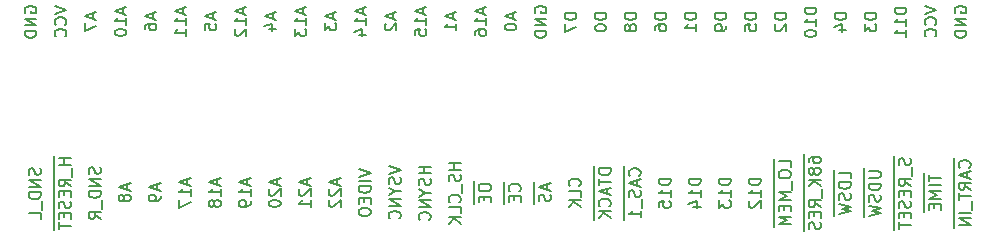
<source format=gbr>
G04 #@! TF.GenerationSoftware,KiCad,Pcbnew,(5.0.0)*
G04 #@! TF.CreationDate,2018-09-11T16:23:21+02:00*
G04 #@! TF.ProjectId,romprg_megadrive_cart,726F6D7072675F6D6567616472697665,1*
G04 #@! TF.SameCoordinates,Original*
G04 #@! TF.FileFunction,Legend,Bot*
G04 #@! TF.FilePolarity,Positive*
%FSLAX46Y46*%
G04 Gerber Fmt 4.6, Leading zero omitted, Abs format (unit mm)*
G04 Created by KiCad (PCBNEW (5.0.0)) date 09/11/18 16:23:21*
%MOMM*%
%LPD*%
G01*
G04 APERTURE LIST*
%ADD10C,0.150000*%
G04 APERTURE END LIST*
G04 #@! TO.C,CON1*
D10*
X95169380Y-124699065D02*
X95121760Y-124603827D01*
X95121760Y-124460970D01*
X95169380Y-124318112D01*
X95264618Y-124222874D01*
X95359856Y-124175255D01*
X95550332Y-124127636D01*
X95693189Y-124127636D01*
X95883665Y-124175255D01*
X95978903Y-124222874D01*
X96074141Y-124318112D01*
X96121760Y-124460970D01*
X96121760Y-124556208D01*
X96074141Y-124699065D01*
X96026522Y-124746684D01*
X95693189Y-124746684D01*
X95693189Y-124556208D01*
X96121760Y-125175255D02*
X95121760Y-125175255D01*
X96121760Y-125746684D01*
X95121760Y-125746684D01*
X96121760Y-126222874D02*
X95121760Y-126222874D01*
X95121760Y-126460970D01*
X95169380Y-126603827D01*
X95264618Y-126699065D01*
X95359856Y-126746684D01*
X95550332Y-126794303D01*
X95693189Y-126794303D01*
X95883665Y-126746684D01*
X95978903Y-126699065D01*
X96074141Y-126603827D01*
X96121760Y-126460970D01*
X96121760Y-126222874D01*
X101201760Y-124722874D02*
X100201760Y-124722874D01*
X100201760Y-124960970D01*
X100249380Y-125103827D01*
X100344618Y-125199065D01*
X100439856Y-125246684D01*
X100630332Y-125294303D01*
X100773189Y-125294303D01*
X100963665Y-125246684D01*
X101058903Y-125199065D01*
X101154141Y-125103827D01*
X101201760Y-124960970D01*
X101201760Y-124722874D01*
X100201760Y-125913350D02*
X100201760Y-126008589D01*
X100249380Y-126103827D01*
X100296999Y-126151446D01*
X100392237Y-126199065D01*
X100582713Y-126246684D01*
X100820808Y-126246684D01*
X101011284Y-126199065D01*
X101106522Y-126151446D01*
X101154141Y-126103827D01*
X101201760Y-126008589D01*
X101201760Y-125913350D01*
X101154141Y-125818112D01*
X101106522Y-125770493D01*
X101011284Y-125722874D01*
X100820808Y-125675255D01*
X100582713Y-125675255D01*
X100392237Y-125722874D01*
X100296999Y-125770493D01*
X100249380Y-125818112D01*
X100201760Y-125913350D01*
X98661760Y-124722874D02*
X97661760Y-124722874D01*
X97661760Y-124960970D01*
X97709380Y-125103827D01*
X97804618Y-125199065D01*
X97899856Y-125246684D01*
X98090332Y-125294303D01*
X98233189Y-125294303D01*
X98423665Y-125246684D01*
X98518903Y-125199065D01*
X98614141Y-125103827D01*
X98661760Y-124960970D01*
X98661760Y-124722874D01*
X97661760Y-125627636D02*
X97661760Y-126294303D01*
X98661760Y-125865731D01*
X103741760Y-124722874D02*
X102741760Y-124722874D01*
X102741760Y-124960970D01*
X102789380Y-125103827D01*
X102884618Y-125199065D01*
X102979856Y-125246684D01*
X103170332Y-125294303D01*
X103313189Y-125294303D01*
X103503665Y-125246684D01*
X103598903Y-125199065D01*
X103694141Y-125103827D01*
X103741760Y-124960970D01*
X103741760Y-124722874D01*
X103170332Y-125865731D02*
X103122713Y-125770493D01*
X103075094Y-125722874D01*
X102979856Y-125675255D01*
X102932237Y-125675255D01*
X102836999Y-125722874D01*
X102789380Y-125770493D01*
X102741760Y-125865731D01*
X102741760Y-126056208D01*
X102789380Y-126151446D01*
X102836999Y-126199065D01*
X102932237Y-126246684D01*
X102979856Y-126246684D01*
X103075094Y-126199065D01*
X103122713Y-126151446D01*
X103170332Y-126056208D01*
X103170332Y-125865731D01*
X103217951Y-125770493D01*
X103265570Y-125722874D01*
X103360808Y-125675255D01*
X103551284Y-125675255D01*
X103646522Y-125722874D01*
X103694141Y-125770493D01*
X103741760Y-125865731D01*
X103741760Y-126056208D01*
X103694141Y-126151446D01*
X103646522Y-126199065D01*
X103551284Y-126246684D01*
X103360808Y-126246684D01*
X103265570Y-126199065D01*
X103217951Y-126151446D01*
X103170332Y-126056208D01*
X51989380Y-124699065D02*
X51941760Y-124603827D01*
X51941760Y-124460970D01*
X51989380Y-124318112D01*
X52084618Y-124222874D01*
X52179856Y-124175255D01*
X52370332Y-124127636D01*
X52513189Y-124127636D01*
X52703665Y-124175255D01*
X52798903Y-124222874D01*
X52894141Y-124318112D01*
X52941760Y-124460970D01*
X52941760Y-124556208D01*
X52894141Y-124699065D01*
X52846522Y-124746684D01*
X52513189Y-124746684D01*
X52513189Y-124556208D01*
X52941760Y-125175255D02*
X51941760Y-125175255D01*
X52941760Y-125746684D01*
X51941760Y-125746684D01*
X52941760Y-126222874D02*
X51941760Y-126222874D01*
X51941760Y-126460970D01*
X51989380Y-126603827D01*
X52084618Y-126699065D01*
X52179856Y-126746684D01*
X52370332Y-126794303D01*
X52513189Y-126794303D01*
X52703665Y-126746684D01*
X52798903Y-126699065D01*
X52894141Y-126603827D01*
X52941760Y-126460970D01*
X52941760Y-126222874D01*
X54481760Y-124127636D02*
X55481760Y-124460970D01*
X54481760Y-124794303D01*
X55386522Y-125699065D02*
X55434141Y-125651446D01*
X55481760Y-125508589D01*
X55481760Y-125413350D01*
X55434141Y-125270493D01*
X55338903Y-125175255D01*
X55243665Y-125127636D01*
X55053189Y-125080017D01*
X54910332Y-125080017D01*
X54719856Y-125127636D01*
X54624618Y-125175255D01*
X54529380Y-125270493D01*
X54481760Y-125413350D01*
X54481760Y-125508589D01*
X54529380Y-125651446D01*
X54576999Y-125699065D01*
X55386522Y-126699065D02*
X55434141Y-126651446D01*
X55481760Y-126508589D01*
X55481760Y-126413350D01*
X55434141Y-126270493D01*
X55338903Y-126175255D01*
X55243665Y-126127636D01*
X55053189Y-126080017D01*
X54910332Y-126080017D01*
X54719856Y-126127636D01*
X54624618Y-126175255D01*
X54529380Y-126270493D01*
X54481760Y-126413350D01*
X54481760Y-126508589D01*
X54529380Y-126651446D01*
X54576999Y-126699065D01*
X93296046Y-124746684D02*
X93296046Y-125222874D01*
X93581760Y-124651446D02*
X92581760Y-124984779D01*
X93581760Y-125318112D01*
X92581760Y-125841922D02*
X92581760Y-125937160D01*
X92629380Y-126032398D01*
X92676999Y-126080017D01*
X92772237Y-126127636D01*
X92962713Y-126175255D01*
X93200808Y-126175255D01*
X93391284Y-126127636D01*
X93486522Y-126080017D01*
X93534141Y-126032398D01*
X93581760Y-125937160D01*
X93581760Y-125841922D01*
X93534141Y-125746684D01*
X93486522Y-125699065D01*
X93391284Y-125651446D01*
X93200808Y-125603827D01*
X92962713Y-125603827D01*
X92772237Y-125651446D01*
X92676999Y-125699065D01*
X92629380Y-125746684D01*
X92581760Y-125841922D01*
X62816046Y-124746684D02*
X62816046Y-125222874D01*
X63101760Y-124651446D02*
X62101760Y-124984779D01*
X63101760Y-125318112D01*
X62101760Y-126080017D02*
X62101760Y-125889541D01*
X62149380Y-125794303D01*
X62196999Y-125746684D01*
X62339856Y-125651446D01*
X62530332Y-125603827D01*
X62911284Y-125603827D01*
X63006522Y-125651446D01*
X63054141Y-125699065D01*
X63101760Y-125794303D01*
X63101760Y-125984779D01*
X63054141Y-126080017D01*
X63006522Y-126127636D01*
X62911284Y-126175255D01*
X62673189Y-126175255D01*
X62577951Y-126127636D01*
X62530332Y-126080017D01*
X62482713Y-125984779D01*
X62482713Y-125794303D01*
X62530332Y-125699065D01*
X62577951Y-125651446D01*
X62673189Y-125603827D01*
X57736046Y-124746684D02*
X57736046Y-125222874D01*
X58021760Y-124651446D02*
X57021760Y-124984779D01*
X58021760Y-125318112D01*
X57021760Y-125556208D02*
X57021760Y-126222874D01*
X58021760Y-125794303D01*
X60276046Y-124270493D02*
X60276046Y-124746684D01*
X60561760Y-124175255D02*
X59561760Y-124508589D01*
X60561760Y-124841922D01*
X60561760Y-125699065D02*
X60561760Y-125127636D01*
X60561760Y-125413350D02*
X59561760Y-125413350D01*
X59704618Y-125318112D01*
X59799856Y-125222874D01*
X59847475Y-125127636D01*
X59561760Y-126318112D02*
X59561760Y-126413350D01*
X59609380Y-126508589D01*
X59656999Y-126556208D01*
X59752237Y-126603827D01*
X59942713Y-126651446D01*
X60180808Y-126651446D01*
X60371284Y-126603827D01*
X60466522Y-126556208D01*
X60514141Y-126508589D01*
X60561760Y-126413350D01*
X60561760Y-126318112D01*
X60514141Y-126222874D01*
X60466522Y-126175255D01*
X60371284Y-126127636D01*
X60180808Y-126080017D01*
X59942713Y-126080017D01*
X59752237Y-126127636D01*
X59656999Y-126175255D01*
X59609380Y-126222874D01*
X59561760Y-126318112D01*
X106281760Y-124722874D02*
X105281760Y-124722874D01*
X105281760Y-124960970D01*
X105329380Y-125103827D01*
X105424618Y-125199065D01*
X105519856Y-125246684D01*
X105710332Y-125294303D01*
X105853189Y-125294303D01*
X106043665Y-125246684D01*
X106138903Y-125199065D01*
X106234141Y-125103827D01*
X106281760Y-124960970D01*
X106281760Y-124722874D01*
X105281760Y-126151446D02*
X105281760Y-125960970D01*
X105329380Y-125865731D01*
X105376999Y-125818112D01*
X105519856Y-125722874D01*
X105710332Y-125675255D01*
X106091284Y-125675255D01*
X106186522Y-125722874D01*
X106234141Y-125770493D01*
X106281760Y-125865731D01*
X106281760Y-126056208D01*
X106234141Y-126151446D01*
X106186522Y-126199065D01*
X106091284Y-126246684D01*
X105853189Y-126246684D01*
X105757951Y-126199065D01*
X105710332Y-126151446D01*
X105662713Y-126056208D01*
X105662713Y-125865731D01*
X105710332Y-125770493D01*
X105757951Y-125722874D01*
X105853189Y-125675255D01*
X67896046Y-124746684D02*
X67896046Y-125222874D01*
X68181760Y-124651446D02*
X67181760Y-124984779D01*
X68181760Y-125318112D01*
X67181760Y-126127636D02*
X67181760Y-125651446D01*
X67657951Y-125603827D01*
X67610332Y-125651446D01*
X67562713Y-125746684D01*
X67562713Y-125984779D01*
X67610332Y-126080017D01*
X67657951Y-126127636D01*
X67753189Y-126175255D01*
X67991284Y-126175255D01*
X68086522Y-126127636D01*
X68134141Y-126080017D01*
X68181760Y-125984779D01*
X68181760Y-125746684D01*
X68134141Y-125651446D01*
X68086522Y-125603827D01*
X75516046Y-124270493D02*
X75516046Y-124746684D01*
X75801760Y-124175255D02*
X74801760Y-124508589D01*
X75801760Y-124841922D01*
X75801760Y-125699065D02*
X75801760Y-125127636D01*
X75801760Y-125413350D02*
X74801760Y-125413350D01*
X74944618Y-125318112D01*
X75039856Y-125222874D01*
X75087475Y-125127636D01*
X74801760Y-126032398D02*
X74801760Y-126651446D01*
X75182713Y-126318112D01*
X75182713Y-126460970D01*
X75230332Y-126556208D01*
X75277951Y-126603827D01*
X75373189Y-126651446D01*
X75611284Y-126651446D01*
X75706522Y-126603827D01*
X75754141Y-126556208D01*
X75801760Y-126460970D01*
X75801760Y-126175255D01*
X75754141Y-126080017D01*
X75706522Y-126032398D01*
X70436046Y-124270493D02*
X70436046Y-124746684D01*
X70721760Y-124175255D02*
X69721760Y-124508589D01*
X70721760Y-124841922D01*
X70721760Y-125699065D02*
X70721760Y-125127636D01*
X70721760Y-125413350D02*
X69721760Y-125413350D01*
X69864618Y-125318112D01*
X69959856Y-125222874D01*
X70007475Y-125127636D01*
X69816999Y-126080017D02*
X69769380Y-126127636D01*
X69721760Y-126222874D01*
X69721760Y-126460970D01*
X69769380Y-126556208D01*
X69816999Y-126603827D01*
X69912237Y-126651446D01*
X70007475Y-126651446D01*
X70150332Y-126603827D01*
X70721760Y-126032398D01*
X70721760Y-126651446D01*
X72976046Y-124746684D02*
X72976046Y-125222874D01*
X73261760Y-124651446D02*
X72261760Y-124984779D01*
X73261760Y-125318112D01*
X72595094Y-126080017D02*
X73261760Y-126080017D01*
X72214141Y-125841922D02*
X72928427Y-125603827D01*
X72928427Y-126222874D01*
X65356046Y-124270493D02*
X65356046Y-124746684D01*
X65641760Y-124175255D02*
X64641760Y-124508589D01*
X65641760Y-124841922D01*
X65641760Y-125699065D02*
X65641760Y-125127636D01*
X65641760Y-125413350D02*
X64641760Y-125413350D01*
X64784618Y-125318112D01*
X64879856Y-125222874D01*
X64927475Y-125127636D01*
X65641760Y-126651446D02*
X65641760Y-126080017D01*
X65641760Y-126365731D02*
X64641760Y-126365731D01*
X64784618Y-126270493D01*
X64879856Y-126175255D01*
X64927475Y-126080017D01*
X90756046Y-124270493D02*
X90756046Y-124746684D01*
X91041760Y-124175255D02*
X90041760Y-124508589D01*
X91041760Y-124841922D01*
X91041760Y-125699065D02*
X91041760Y-125127636D01*
X91041760Y-125413350D02*
X90041760Y-125413350D01*
X90184618Y-125318112D01*
X90279856Y-125222874D01*
X90327475Y-125127636D01*
X90041760Y-126556208D02*
X90041760Y-126365731D01*
X90089380Y-126270493D01*
X90136999Y-126222874D01*
X90279856Y-126127636D01*
X90470332Y-126080017D01*
X90851284Y-126080017D01*
X90946522Y-126127636D01*
X90994141Y-126175255D01*
X91041760Y-126270493D01*
X91041760Y-126460970D01*
X90994141Y-126556208D01*
X90946522Y-126603827D01*
X90851284Y-126651446D01*
X90613189Y-126651446D01*
X90517951Y-126603827D01*
X90470332Y-126556208D01*
X90422713Y-126460970D01*
X90422713Y-126270493D01*
X90470332Y-126175255D01*
X90517951Y-126127636D01*
X90613189Y-126080017D01*
X85676046Y-124270493D02*
X85676046Y-124746684D01*
X85961760Y-124175255D02*
X84961760Y-124508589D01*
X85961760Y-124841922D01*
X85961760Y-125699065D02*
X85961760Y-125127636D01*
X85961760Y-125413350D02*
X84961760Y-125413350D01*
X85104618Y-125318112D01*
X85199856Y-125222874D01*
X85247475Y-125127636D01*
X84961760Y-126603827D02*
X84961760Y-126127636D01*
X85437951Y-126080017D01*
X85390332Y-126127636D01*
X85342713Y-126222874D01*
X85342713Y-126460970D01*
X85390332Y-126556208D01*
X85437951Y-126603827D01*
X85533189Y-126651446D01*
X85771284Y-126651446D01*
X85866522Y-126603827D01*
X85914141Y-126556208D01*
X85961760Y-126460970D01*
X85961760Y-126222874D01*
X85914141Y-126127636D01*
X85866522Y-126080017D01*
X83136046Y-124746684D02*
X83136046Y-125222874D01*
X83421760Y-124651446D02*
X82421760Y-124984779D01*
X83421760Y-125318112D01*
X82516999Y-125603827D02*
X82469380Y-125651446D01*
X82421760Y-125746684D01*
X82421760Y-125984779D01*
X82469380Y-126080017D01*
X82516999Y-126127636D01*
X82612237Y-126175255D01*
X82707475Y-126175255D01*
X82850332Y-126127636D01*
X83421760Y-125556208D01*
X83421760Y-126175255D01*
X80596046Y-124270493D02*
X80596046Y-124746684D01*
X80881760Y-124175255D02*
X79881760Y-124508589D01*
X80881760Y-124841922D01*
X80881760Y-125699065D02*
X80881760Y-125127636D01*
X80881760Y-125413350D02*
X79881760Y-125413350D01*
X80024618Y-125318112D01*
X80119856Y-125222874D01*
X80167475Y-125127636D01*
X80215094Y-126556208D02*
X80881760Y-126556208D01*
X79834141Y-126318112D02*
X80548427Y-126080017D01*
X80548427Y-126699065D01*
X88216046Y-124746684D02*
X88216046Y-125222874D01*
X88501760Y-124651446D02*
X87501760Y-124984779D01*
X88501760Y-125318112D01*
X88501760Y-126175255D02*
X88501760Y-125603827D01*
X88501760Y-125889541D02*
X87501760Y-125889541D01*
X87644618Y-125794303D01*
X87739856Y-125699065D01*
X87787475Y-125603827D01*
X78056046Y-124746684D02*
X78056046Y-125222874D01*
X78341760Y-124651446D02*
X77341760Y-124984779D01*
X78341760Y-125318112D01*
X77341760Y-125556208D02*
X77341760Y-126175255D01*
X77722713Y-125841922D01*
X77722713Y-125984779D01*
X77770332Y-126080017D01*
X77817951Y-126127636D01*
X77913189Y-126175255D01*
X78151284Y-126175255D01*
X78246522Y-126127636D01*
X78294141Y-126080017D01*
X78341760Y-125984779D01*
X78341760Y-125699065D01*
X78294141Y-125603827D01*
X78246522Y-125556208D01*
X130729380Y-124699065D02*
X130681760Y-124603827D01*
X130681760Y-124460970D01*
X130729380Y-124318112D01*
X130824618Y-124222874D01*
X130919856Y-124175255D01*
X131110332Y-124127636D01*
X131253189Y-124127636D01*
X131443665Y-124175255D01*
X131538903Y-124222874D01*
X131634141Y-124318112D01*
X131681760Y-124460970D01*
X131681760Y-124556208D01*
X131634141Y-124699065D01*
X131586522Y-124746684D01*
X131253189Y-124746684D01*
X131253189Y-124556208D01*
X131681760Y-125175255D02*
X130681760Y-125175255D01*
X131681760Y-125746684D01*
X130681760Y-125746684D01*
X131681760Y-126222874D02*
X130681760Y-126222874D01*
X130681760Y-126460970D01*
X130729380Y-126603827D01*
X130824618Y-126699065D01*
X130919856Y-126746684D01*
X131110332Y-126794303D01*
X131253189Y-126794303D01*
X131443665Y-126746684D01*
X131538903Y-126699065D01*
X131634141Y-126603827D01*
X131681760Y-126460970D01*
X131681760Y-126222874D01*
X121521760Y-124722874D02*
X120521760Y-124722874D01*
X120521760Y-124960970D01*
X120569380Y-125103827D01*
X120664618Y-125199065D01*
X120759856Y-125246684D01*
X120950332Y-125294303D01*
X121093189Y-125294303D01*
X121283665Y-125246684D01*
X121378903Y-125199065D01*
X121474141Y-125103827D01*
X121521760Y-124960970D01*
X121521760Y-124722874D01*
X120855094Y-126151446D02*
X121521760Y-126151446D01*
X120474141Y-125913350D02*
X121188427Y-125675255D01*
X121188427Y-126294303D01*
X126601760Y-124246684D02*
X125601760Y-124246684D01*
X125601760Y-124484779D01*
X125649380Y-124627636D01*
X125744618Y-124722874D01*
X125839856Y-124770493D01*
X126030332Y-124818112D01*
X126173189Y-124818112D01*
X126363665Y-124770493D01*
X126458903Y-124722874D01*
X126554141Y-124627636D01*
X126601760Y-124484779D01*
X126601760Y-124246684D01*
X126601760Y-125770493D02*
X126601760Y-125199065D01*
X126601760Y-125484779D02*
X125601760Y-125484779D01*
X125744618Y-125389541D01*
X125839856Y-125294303D01*
X125887475Y-125199065D01*
X126601760Y-126722874D02*
X126601760Y-126151446D01*
X126601760Y-126437160D02*
X125601760Y-126437160D01*
X125744618Y-126341922D01*
X125839856Y-126246684D01*
X125887475Y-126151446D01*
X128141760Y-124127636D02*
X129141760Y-124460970D01*
X128141760Y-124794303D01*
X129046522Y-125699065D02*
X129094141Y-125651446D01*
X129141760Y-125508589D01*
X129141760Y-125413350D01*
X129094141Y-125270493D01*
X128998903Y-125175255D01*
X128903665Y-125127636D01*
X128713189Y-125080017D01*
X128570332Y-125080017D01*
X128379856Y-125127636D01*
X128284618Y-125175255D01*
X128189380Y-125270493D01*
X128141760Y-125413350D01*
X128141760Y-125508589D01*
X128189380Y-125651446D01*
X128236999Y-125699065D01*
X129046522Y-126699065D02*
X129094141Y-126651446D01*
X129141760Y-126508589D01*
X129141760Y-126413350D01*
X129094141Y-126270493D01*
X128998903Y-126175255D01*
X128903665Y-126127636D01*
X128713189Y-126080017D01*
X128570332Y-126080017D01*
X128379856Y-126127636D01*
X128284618Y-126175255D01*
X128189380Y-126270493D01*
X128141760Y-126413350D01*
X128141760Y-126508589D01*
X128189380Y-126651446D01*
X128236999Y-126699065D01*
X124061760Y-124722874D02*
X123061760Y-124722874D01*
X123061760Y-124960970D01*
X123109380Y-125103827D01*
X123204618Y-125199065D01*
X123299856Y-125246684D01*
X123490332Y-125294303D01*
X123633189Y-125294303D01*
X123823665Y-125246684D01*
X123918903Y-125199065D01*
X124014141Y-125103827D01*
X124061760Y-124960970D01*
X124061760Y-124722874D01*
X123061760Y-125627636D02*
X123061760Y-126246684D01*
X123442713Y-125913350D01*
X123442713Y-126056208D01*
X123490332Y-126151446D01*
X123537951Y-126199065D01*
X123633189Y-126246684D01*
X123871284Y-126246684D01*
X123966522Y-126199065D01*
X124014141Y-126151446D01*
X124061760Y-126056208D01*
X124061760Y-125770493D01*
X124014141Y-125675255D01*
X123966522Y-125627636D01*
X113901760Y-124722874D02*
X112901760Y-124722874D01*
X112901760Y-124960970D01*
X112949380Y-125103827D01*
X113044618Y-125199065D01*
X113139856Y-125246684D01*
X113330332Y-125294303D01*
X113473189Y-125294303D01*
X113663665Y-125246684D01*
X113758903Y-125199065D01*
X113854141Y-125103827D01*
X113901760Y-124960970D01*
X113901760Y-124722874D01*
X112901760Y-126199065D02*
X112901760Y-125722874D01*
X113377951Y-125675255D01*
X113330332Y-125722874D01*
X113282713Y-125818112D01*
X113282713Y-126056208D01*
X113330332Y-126151446D01*
X113377951Y-126199065D01*
X113473189Y-126246684D01*
X113711284Y-126246684D01*
X113806522Y-126199065D01*
X113854141Y-126151446D01*
X113901760Y-126056208D01*
X113901760Y-125818112D01*
X113854141Y-125722874D01*
X113806522Y-125675255D01*
X116441760Y-124722874D02*
X115441760Y-124722874D01*
X115441760Y-124960970D01*
X115489380Y-125103827D01*
X115584618Y-125199065D01*
X115679856Y-125246684D01*
X115870332Y-125294303D01*
X116013189Y-125294303D01*
X116203665Y-125246684D01*
X116298903Y-125199065D01*
X116394141Y-125103827D01*
X116441760Y-124960970D01*
X116441760Y-124722874D01*
X115536999Y-125675255D02*
X115489380Y-125722874D01*
X115441760Y-125818112D01*
X115441760Y-126056208D01*
X115489380Y-126151446D01*
X115536999Y-126199065D01*
X115632237Y-126246684D01*
X115727475Y-126246684D01*
X115870332Y-126199065D01*
X116441760Y-125627636D01*
X116441760Y-126246684D01*
X111361760Y-124722874D02*
X110361760Y-124722874D01*
X110361760Y-124960970D01*
X110409380Y-125103827D01*
X110504618Y-125199065D01*
X110599856Y-125246684D01*
X110790332Y-125294303D01*
X110933189Y-125294303D01*
X111123665Y-125246684D01*
X111218903Y-125199065D01*
X111314141Y-125103827D01*
X111361760Y-124960970D01*
X111361760Y-124722874D01*
X111361760Y-125770493D02*
X111361760Y-125960970D01*
X111314141Y-126056208D01*
X111266522Y-126103827D01*
X111123665Y-126199065D01*
X110933189Y-126246684D01*
X110552237Y-126246684D01*
X110456999Y-126199065D01*
X110409380Y-126151446D01*
X110361760Y-126056208D01*
X110361760Y-125865731D01*
X110409380Y-125770493D01*
X110456999Y-125722874D01*
X110552237Y-125675255D01*
X110790332Y-125675255D01*
X110885570Y-125722874D01*
X110933189Y-125770493D01*
X110980808Y-125865731D01*
X110980808Y-126056208D01*
X110933189Y-126151446D01*
X110885570Y-126199065D01*
X110790332Y-126246684D01*
X108821760Y-124722874D02*
X107821760Y-124722874D01*
X107821760Y-124960970D01*
X107869380Y-125103827D01*
X107964618Y-125199065D01*
X108059856Y-125246684D01*
X108250332Y-125294303D01*
X108393189Y-125294303D01*
X108583665Y-125246684D01*
X108678903Y-125199065D01*
X108774141Y-125103827D01*
X108821760Y-124960970D01*
X108821760Y-124722874D01*
X108821760Y-126246684D02*
X108821760Y-125675255D01*
X108821760Y-125960970D02*
X107821760Y-125960970D01*
X107964618Y-125865731D01*
X108059856Y-125770493D01*
X108107475Y-125675255D01*
X118981760Y-124246684D02*
X117981760Y-124246684D01*
X117981760Y-124484779D01*
X118029380Y-124627636D01*
X118124618Y-124722874D01*
X118219856Y-124770493D01*
X118410332Y-124818112D01*
X118553189Y-124818112D01*
X118743665Y-124770493D01*
X118838903Y-124722874D01*
X118934141Y-124627636D01*
X118981760Y-124484779D01*
X118981760Y-124246684D01*
X118981760Y-125770493D02*
X118981760Y-125199065D01*
X118981760Y-125484779D02*
X117981760Y-125484779D01*
X118124618Y-125389541D01*
X118219856Y-125294303D01*
X118267475Y-125199065D01*
X117981760Y-126389541D02*
X117981760Y-126484779D01*
X118029380Y-126580017D01*
X118076999Y-126627636D01*
X118172237Y-126675255D01*
X118362713Y-126722874D01*
X118600808Y-126722874D01*
X118791284Y-126675255D01*
X118886522Y-126627636D01*
X118934141Y-126580017D01*
X118981760Y-126484779D01*
X118981760Y-126389541D01*
X118934141Y-126294303D01*
X118886522Y-126246684D01*
X118791284Y-126199065D01*
X118600808Y-126151446D01*
X118362713Y-126151446D01*
X118172237Y-126199065D01*
X118076999Y-126246684D01*
X118029380Y-126294303D01*
X117981760Y-126389541D01*
X128120100Y-138298544D02*
X128120100Y-139060449D01*
X128487480Y-138393782D02*
X128487480Y-138965211D01*
X129487480Y-138679497D02*
X128487480Y-138679497D01*
X128120100Y-139060449D02*
X128120100Y-139536640D01*
X129487480Y-139298544D02*
X128487480Y-139298544D01*
X128120100Y-139536640D02*
X128120100Y-140679497D01*
X129487480Y-139774735D02*
X128487480Y-139774735D01*
X129201766Y-140108068D01*
X128487480Y-140441402D01*
X129487480Y-140441402D01*
X128120100Y-140679497D02*
X128120100Y-141584259D01*
X128963671Y-140917592D02*
X128963671Y-141250925D01*
X129487480Y-141393782D02*
X129487480Y-140917592D01*
X128487480Y-140917592D01*
X128487480Y-141393782D01*
X123040100Y-137869973D02*
X123040100Y-138917592D01*
X123407480Y-138108068D02*
X124217004Y-138108068D01*
X124312242Y-138155687D01*
X124359861Y-138203306D01*
X124407480Y-138298544D01*
X124407480Y-138489021D01*
X124359861Y-138584259D01*
X124312242Y-138631878D01*
X124217004Y-138679497D01*
X123407480Y-138679497D01*
X123040100Y-138917592D02*
X123040100Y-139917592D01*
X124407480Y-139155687D02*
X123407480Y-139155687D01*
X123407480Y-139393782D01*
X123455100Y-139536640D01*
X123550338Y-139631878D01*
X123645576Y-139679497D01*
X123836052Y-139727116D01*
X123978909Y-139727116D01*
X124169385Y-139679497D01*
X124264623Y-139631878D01*
X124359861Y-139536640D01*
X124407480Y-139393782D01*
X124407480Y-139155687D01*
X123040100Y-139917592D02*
X123040100Y-140869973D01*
X124359861Y-140108068D02*
X124407480Y-140250925D01*
X124407480Y-140489021D01*
X124359861Y-140584259D01*
X124312242Y-140631878D01*
X124217004Y-140679497D01*
X124121766Y-140679497D01*
X124026528Y-140631878D01*
X123978909Y-140584259D01*
X123931290Y-140489021D01*
X123883671Y-140298544D01*
X123836052Y-140203306D01*
X123788433Y-140155687D01*
X123693195Y-140108068D01*
X123597957Y-140108068D01*
X123502719Y-140155687D01*
X123455100Y-140203306D01*
X123407480Y-140298544D01*
X123407480Y-140536640D01*
X123455100Y-140679497D01*
X123040100Y-140869973D02*
X123040100Y-142012830D01*
X123407480Y-141012830D02*
X124407480Y-141250925D01*
X123693195Y-141441402D01*
X124407480Y-141631878D01*
X123407480Y-141869973D01*
X114247480Y-138727116D02*
X113247480Y-138727116D01*
X113247480Y-138965211D01*
X113295100Y-139108068D01*
X113390338Y-139203306D01*
X113485576Y-139250925D01*
X113676052Y-139298544D01*
X113818909Y-139298544D01*
X114009385Y-139250925D01*
X114104623Y-139203306D01*
X114199861Y-139108068D01*
X114247480Y-138965211D01*
X114247480Y-138727116D01*
X114247480Y-140250925D02*
X114247480Y-139679497D01*
X114247480Y-139965211D02*
X113247480Y-139965211D01*
X113390338Y-139869973D01*
X113485576Y-139774735D01*
X113533195Y-139679497D01*
X113342719Y-140631878D02*
X113295100Y-140679497D01*
X113247480Y-140774735D01*
X113247480Y-141012830D01*
X113295100Y-141108068D01*
X113342719Y-141155687D01*
X113437957Y-141203306D01*
X113533195Y-141203306D01*
X113676052Y-141155687D01*
X114247480Y-140584259D01*
X114247480Y-141203306D01*
X111707480Y-138727116D02*
X110707480Y-138727116D01*
X110707480Y-138965211D01*
X110755100Y-139108068D01*
X110850338Y-139203306D01*
X110945576Y-139250925D01*
X111136052Y-139298544D01*
X111278909Y-139298544D01*
X111469385Y-139250925D01*
X111564623Y-139203306D01*
X111659861Y-139108068D01*
X111707480Y-138965211D01*
X111707480Y-138727116D01*
X111707480Y-140250925D02*
X111707480Y-139679497D01*
X111707480Y-139965211D02*
X110707480Y-139965211D01*
X110850338Y-139869973D01*
X110945576Y-139774735D01*
X110993195Y-139679497D01*
X110707480Y-140584259D02*
X110707480Y-141203306D01*
X111088433Y-140869973D01*
X111088433Y-141012830D01*
X111136052Y-141108068D01*
X111183671Y-141155687D01*
X111278909Y-141203306D01*
X111517004Y-141203306D01*
X111612242Y-141155687D01*
X111659861Y-141108068D01*
X111707480Y-141012830D01*
X111707480Y-140727116D01*
X111659861Y-140631878D01*
X111612242Y-140584259D01*
X109167480Y-138727116D02*
X108167480Y-138727116D01*
X108167480Y-138965211D01*
X108215100Y-139108068D01*
X108310338Y-139203306D01*
X108405576Y-139250925D01*
X108596052Y-139298544D01*
X108738909Y-139298544D01*
X108929385Y-139250925D01*
X109024623Y-139203306D01*
X109119861Y-139108068D01*
X109167480Y-138965211D01*
X109167480Y-138727116D01*
X109167480Y-140250925D02*
X109167480Y-139679497D01*
X109167480Y-139965211D02*
X108167480Y-139965211D01*
X108310338Y-139869973D01*
X108405576Y-139774735D01*
X108453195Y-139679497D01*
X108500814Y-141108068D02*
X109167480Y-141108068D01*
X108119861Y-140869973D02*
X108834147Y-140631878D01*
X108834147Y-141250925D01*
X115420100Y-137036640D02*
X115420100Y-137846163D01*
X116787480Y-137750925D02*
X116787480Y-137274735D01*
X115787480Y-137274735D01*
X115420100Y-137846163D02*
X115420100Y-138893782D01*
X115787480Y-138274735D02*
X115787480Y-138465211D01*
X115835100Y-138560449D01*
X115930338Y-138655687D01*
X116120814Y-138703306D01*
X116454147Y-138703306D01*
X116644623Y-138655687D01*
X116739861Y-138560449D01*
X116787480Y-138465211D01*
X116787480Y-138274735D01*
X116739861Y-138179497D01*
X116644623Y-138084259D01*
X116454147Y-138036640D01*
X116120814Y-138036640D01*
X115930338Y-138084259D01*
X115835100Y-138179497D01*
X115787480Y-138274735D01*
X115420100Y-138893782D02*
X115420100Y-139655687D01*
X116882719Y-138893782D02*
X116882719Y-139655687D01*
X115420100Y-139655687D02*
X115420100Y-140798544D01*
X116787480Y-139893782D02*
X115787480Y-139893782D01*
X116501766Y-140227116D01*
X115787480Y-140560449D01*
X116787480Y-140560449D01*
X115420100Y-140798544D02*
X115420100Y-141703306D01*
X116263671Y-141036640D02*
X116263671Y-141369973D01*
X116787480Y-141512830D02*
X116787480Y-141036640D01*
X115787480Y-141036640D01*
X115787480Y-141512830D01*
X115420100Y-141703306D02*
X115420100Y-142846163D01*
X116787480Y-141941402D02*
X115787480Y-141941402D01*
X116501766Y-142274735D01*
X115787480Y-142608068D01*
X116787480Y-142608068D01*
X117960100Y-136679497D02*
X117960100Y-137631878D01*
X118327480Y-137346163D02*
X118327480Y-137155687D01*
X118375100Y-137060449D01*
X118422719Y-137012830D01*
X118565576Y-136917592D01*
X118756052Y-136869973D01*
X119137004Y-136869973D01*
X119232242Y-136917592D01*
X119279861Y-136965211D01*
X119327480Y-137060449D01*
X119327480Y-137250925D01*
X119279861Y-137346163D01*
X119232242Y-137393782D01*
X119137004Y-137441402D01*
X118898909Y-137441402D01*
X118803671Y-137393782D01*
X118756052Y-137346163D01*
X118708433Y-137250925D01*
X118708433Y-137060449D01*
X118756052Y-136965211D01*
X118803671Y-136917592D01*
X118898909Y-136869973D01*
X117960100Y-137631878D02*
X117960100Y-138584259D01*
X118756052Y-138012830D02*
X118708433Y-137917592D01*
X118660814Y-137869973D01*
X118565576Y-137822354D01*
X118517957Y-137822354D01*
X118422719Y-137869973D01*
X118375100Y-137917592D01*
X118327480Y-138012830D01*
X118327480Y-138203306D01*
X118375100Y-138298544D01*
X118422719Y-138346163D01*
X118517957Y-138393782D01*
X118565576Y-138393782D01*
X118660814Y-138346163D01*
X118708433Y-138298544D01*
X118756052Y-138203306D01*
X118756052Y-138012830D01*
X118803671Y-137917592D01*
X118851290Y-137869973D01*
X118946528Y-137822354D01*
X119137004Y-137822354D01*
X119232242Y-137869973D01*
X119279861Y-137917592D01*
X119327480Y-138012830D01*
X119327480Y-138203306D01*
X119279861Y-138298544D01*
X119232242Y-138346163D01*
X119137004Y-138393782D01*
X118946528Y-138393782D01*
X118851290Y-138346163D01*
X118803671Y-138298544D01*
X118756052Y-138203306D01*
X117960100Y-138584259D02*
X117960100Y-139584259D01*
X119327480Y-138822354D02*
X118327480Y-138822354D01*
X119327480Y-139393782D02*
X118756052Y-138965211D01*
X118327480Y-139393782D02*
X118898909Y-138822354D01*
X117960100Y-139584259D02*
X117960100Y-140346163D01*
X119422719Y-139584259D02*
X119422719Y-140346163D01*
X117960100Y-140346163D02*
X117960100Y-141346163D01*
X119327480Y-141155687D02*
X118851290Y-140822354D01*
X119327480Y-140584259D02*
X118327480Y-140584259D01*
X118327480Y-140965211D01*
X118375100Y-141060449D01*
X118422719Y-141108068D01*
X118517957Y-141155687D01*
X118660814Y-141155687D01*
X118756052Y-141108068D01*
X118803671Y-141060449D01*
X118851290Y-140965211D01*
X118851290Y-140584259D01*
X117960100Y-141346163D02*
X117960100Y-142250925D01*
X118803671Y-141584259D02*
X118803671Y-141917592D01*
X119327480Y-142060449D02*
X119327480Y-141584259D01*
X118327480Y-141584259D01*
X118327480Y-142060449D01*
X117960100Y-142250925D02*
X117960100Y-143203306D01*
X119279861Y-142441402D02*
X119327480Y-142584259D01*
X119327480Y-142822354D01*
X119279861Y-142917592D01*
X119232242Y-142965211D01*
X119137004Y-143012830D01*
X119041766Y-143012830D01*
X118946528Y-142965211D01*
X118898909Y-142917592D01*
X118851290Y-142822354D01*
X118803671Y-142631878D01*
X118756052Y-142536640D01*
X118708433Y-142489021D01*
X118613195Y-142441402D01*
X118517957Y-142441402D01*
X118422719Y-142489021D01*
X118375100Y-142536640D01*
X118327480Y-142631878D01*
X118327480Y-142869973D01*
X118375100Y-143012830D01*
X106627480Y-138727116D02*
X105627480Y-138727116D01*
X105627480Y-138965211D01*
X105675100Y-139108068D01*
X105770338Y-139203306D01*
X105865576Y-139250925D01*
X106056052Y-139298544D01*
X106198909Y-139298544D01*
X106389385Y-139250925D01*
X106484623Y-139203306D01*
X106579861Y-139108068D01*
X106627480Y-138965211D01*
X106627480Y-138727116D01*
X106627480Y-140250925D02*
X106627480Y-139679497D01*
X106627480Y-139965211D02*
X105627480Y-139965211D01*
X105770338Y-139869973D01*
X105865576Y-139774735D01*
X105913195Y-139679497D01*
X105627480Y-141155687D02*
X105627480Y-140679497D01*
X106103671Y-140631878D01*
X106056052Y-140679497D01*
X106008433Y-140774735D01*
X106008433Y-141012830D01*
X106056052Y-141108068D01*
X106103671Y-141155687D01*
X106198909Y-141203306D01*
X106437004Y-141203306D01*
X106532242Y-141155687D01*
X106579861Y-141108068D01*
X106627480Y-141012830D01*
X106627480Y-140774735D01*
X106579861Y-140679497D01*
X106532242Y-140631878D01*
X102720100Y-137679497D02*
X102720100Y-138679497D01*
X103992242Y-138489021D02*
X104039861Y-138441402D01*
X104087480Y-138298544D01*
X104087480Y-138203306D01*
X104039861Y-138060449D01*
X103944623Y-137965211D01*
X103849385Y-137917592D01*
X103658909Y-137869973D01*
X103516052Y-137869973D01*
X103325576Y-137917592D01*
X103230338Y-137965211D01*
X103135100Y-138060449D01*
X103087480Y-138203306D01*
X103087480Y-138298544D01*
X103135100Y-138441402D01*
X103182719Y-138489021D01*
X102720100Y-138679497D02*
X102720100Y-139536640D01*
X103801766Y-138869973D02*
X103801766Y-139346163D01*
X104087480Y-138774735D02*
X103087480Y-139108068D01*
X104087480Y-139441402D01*
X102720100Y-139536640D02*
X102720100Y-140489021D01*
X104039861Y-139727116D02*
X104087480Y-139869973D01*
X104087480Y-140108068D01*
X104039861Y-140203306D01*
X103992242Y-140250925D01*
X103897004Y-140298544D01*
X103801766Y-140298544D01*
X103706528Y-140250925D01*
X103658909Y-140203306D01*
X103611290Y-140108068D01*
X103563671Y-139917592D01*
X103516052Y-139822354D01*
X103468433Y-139774735D01*
X103373195Y-139727116D01*
X103277957Y-139727116D01*
X103182719Y-139774735D01*
X103135100Y-139822354D01*
X103087480Y-139917592D01*
X103087480Y-140155687D01*
X103135100Y-140298544D01*
X102720100Y-140489021D02*
X102720100Y-141250925D01*
X104182719Y-140489021D02*
X104182719Y-141250925D01*
X102720100Y-141250925D02*
X102720100Y-142203306D01*
X104087480Y-142012830D02*
X104087480Y-141441402D01*
X104087480Y-141727116D02*
X103087480Y-141727116D01*
X103230338Y-141631878D01*
X103325576Y-141536640D01*
X103373195Y-141441402D01*
X100180100Y-137631878D02*
X100180100Y-138631878D01*
X101547480Y-137869973D02*
X100547480Y-137869973D01*
X100547480Y-138108068D01*
X100595100Y-138250925D01*
X100690338Y-138346163D01*
X100785576Y-138393782D01*
X100976052Y-138441402D01*
X101118909Y-138441402D01*
X101309385Y-138393782D01*
X101404623Y-138346163D01*
X101499861Y-138250925D01*
X101547480Y-138108068D01*
X101547480Y-137869973D01*
X100180100Y-138631878D02*
X100180100Y-139393782D01*
X100547480Y-138727116D02*
X100547480Y-139298544D01*
X101547480Y-139012830D02*
X100547480Y-139012830D01*
X100180100Y-139393782D02*
X100180100Y-140250925D01*
X101261766Y-139584259D02*
X101261766Y-140060449D01*
X101547480Y-139489021D02*
X100547480Y-139822354D01*
X101547480Y-140155687D01*
X100180100Y-140250925D02*
X100180100Y-141250925D01*
X101452242Y-141060449D02*
X101499861Y-141012830D01*
X101547480Y-140869973D01*
X101547480Y-140774735D01*
X101499861Y-140631878D01*
X101404623Y-140536640D01*
X101309385Y-140489021D01*
X101118909Y-140441402D01*
X100976052Y-140441402D01*
X100785576Y-140489021D01*
X100690338Y-140536640D01*
X100595100Y-140631878D01*
X100547480Y-140774735D01*
X100547480Y-140869973D01*
X100595100Y-141012830D01*
X100642719Y-141060449D01*
X100180100Y-141250925D02*
X100180100Y-142250925D01*
X101547480Y-141489021D02*
X100547480Y-141489021D01*
X101547480Y-142060449D02*
X100976052Y-141631878D01*
X100547480Y-142060449D02*
X101118909Y-141489021D01*
X120500100Y-137989021D02*
X120500100Y-138798544D01*
X121867480Y-138703306D02*
X121867480Y-138227116D01*
X120867480Y-138227116D01*
X120500100Y-138798544D02*
X120500100Y-139798544D01*
X121867480Y-139036640D02*
X120867480Y-139036640D01*
X120867480Y-139274735D01*
X120915100Y-139417592D01*
X121010338Y-139512830D01*
X121105576Y-139560449D01*
X121296052Y-139608068D01*
X121438909Y-139608068D01*
X121629385Y-139560449D01*
X121724623Y-139512830D01*
X121819861Y-139417592D01*
X121867480Y-139274735D01*
X121867480Y-139036640D01*
X120500100Y-139798544D02*
X120500100Y-140750925D01*
X121819861Y-139989021D02*
X121867480Y-140131878D01*
X121867480Y-140369973D01*
X121819861Y-140465211D01*
X121772242Y-140512830D01*
X121677004Y-140560449D01*
X121581766Y-140560449D01*
X121486528Y-140512830D01*
X121438909Y-140465211D01*
X121391290Y-140369973D01*
X121343671Y-140179497D01*
X121296052Y-140084259D01*
X121248433Y-140036640D01*
X121153195Y-139989021D01*
X121057957Y-139989021D01*
X120962719Y-140036640D01*
X120915100Y-140084259D01*
X120867480Y-140179497D01*
X120867480Y-140417592D01*
X120915100Y-140560449D01*
X120500100Y-140750925D02*
X120500100Y-141893782D01*
X120867480Y-140893782D02*
X121867480Y-141131878D01*
X121153195Y-141322354D01*
X121867480Y-141512830D01*
X120867480Y-141750925D01*
X80227480Y-137893782D02*
X81227480Y-138227116D01*
X80227480Y-138560449D01*
X81227480Y-138893782D02*
X80227480Y-138893782D01*
X81227480Y-139369973D02*
X80227480Y-139369973D01*
X80227480Y-139608068D01*
X80275100Y-139750925D01*
X80370338Y-139846163D01*
X80465576Y-139893782D01*
X80656052Y-139941402D01*
X80798909Y-139941402D01*
X80989385Y-139893782D01*
X81084623Y-139846163D01*
X81179861Y-139750925D01*
X81227480Y-139608068D01*
X81227480Y-139369973D01*
X80703671Y-140369973D02*
X80703671Y-140703306D01*
X81227480Y-140846163D02*
X81227480Y-140369973D01*
X80227480Y-140369973D01*
X80227480Y-140846163D01*
X80227480Y-141465211D02*
X80227480Y-141655687D01*
X80275100Y-141750925D01*
X80370338Y-141846163D01*
X80560814Y-141893782D01*
X80894147Y-141893782D01*
X81084623Y-141846163D01*
X81179861Y-141750925D01*
X81227480Y-141655687D01*
X81227480Y-141465211D01*
X81179861Y-141369973D01*
X81084623Y-141274735D01*
X80894147Y-141227116D01*
X80560814Y-141227116D01*
X80370338Y-141274735D01*
X80275100Y-141369973D01*
X80227480Y-141465211D01*
X95100100Y-139036640D02*
X95100100Y-139893782D01*
X96181766Y-139227116D02*
X96181766Y-139703306D01*
X96467480Y-139131878D02*
X95467480Y-139465211D01*
X96467480Y-139798544D01*
X95100100Y-139893782D02*
X95100100Y-140846163D01*
X96419861Y-140084259D02*
X96467480Y-140227116D01*
X96467480Y-140465211D01*
X96419861Y-140560449D01*
X96372242Y-140608068D01*
X96277004Y-140655687D01*
X96181766Y-140655687D01*
X96086528Y-140608068D01*
X96038909Y-140560449D01*
X95991290Y-140465211D01*
X95943671Y-140274735D01*
X95896052Y-140179497D01*
X95848433Y-140131878D01*
X95753195Y-140084259D01*
X95657957Y-140084259D01*
X95562719Y-140131878D01*
X95515100Y-140179497D01*
X95467480Y-140274735D01*
X95467480Y-140512830D01*
X95515100Y-140655687D01*
X98912242Y-139346163D02*
X98959861Y-139298544D01*
X99007480Y-139155687D01*
X99007480Y-139060449D01*
X98959861Y-138917592D01*
X98864623Y-138822354D01*
X98769385Y-138774735D01*
X98578909Y-138727116D01*
X98436052Y-138727116D01*
X98245576Y-138774735D01*
X98150338Y-138822354D01*
X98055100Y-138917592D01*
X98007480Y-139060449D01*
X98007480Y-139155687D01*
X98055100Y-139298544D01*
X98102719Y-139346163D01*
X99007480Y-140250925D02*
X99007480Y-139774735D01*
X98007480Y-139774735D01*
X99007480Y-140584259D02*
X98007480Y-140584259D01*
X99007480Y-141155687D02*
X98436052Y-140727116D01*
X98007480Y-141155687D02*
X98578909Y-140584259D01*
X92560100Y-138989021D02*
X92560100Y-139989021D01*
X93832242Y-139798544D02*
X93879861Y-139750925D01*
X93927480Y-139608068D01*
X93927480Y-139512830D01*
X93879861Y-139369973D01*
X93784623Y-139274735D01*
X93689385Y-139227116D01*
X93498909Y-139179497D01*
X93356052Y-139179497D01*
X93165576Y-139227116D01*
X93070338Y-139274735D01*
X92975100Y-139369973D01*
X92927480Y-139512830D01*
X92927480Y-139608068D01*
X92975100Y-139750925D01*
X93022719Y-139798544D01*
X92560100Y-139989021D02*
X92560100Y-140893782D01*
X93403671Y-140227116D02*
X93403671Y-140560449D01*
X93927480Y-140703306D02*
X93927480Y-140227116D01*
X92927480Y-140227116D01*
X92927480Y-140703306D01*
X82767480Y-137679497D02*
X83767480Y-138012830D01*
X82767480Y-138346163D01*
X83719861Y-138631878D02*
X83767480Y-138774735D01*
X83767480Y-139012830D01*
X83719861Y-139108068D01*
X83672242Y-139155687D01*
X83577004Y-139203306D01*
X83481766Y-139203306D01*
X83386528Y-139155687D01*
X83338909Y-139108068D01*
X83291290Y-139012830D01*
X83243671Y-138822354D01*
X83196052Y-138727116D01*
X83148433Y-138679497D01*
X83053195Y-138631878D01*
X82957957Y-138631878D01*
X82862719Y-138679497D01*
X82815100Y-138727116D01*
X82767480Y-138822354D01*
X82767480Y-139060449D01*
X82815100Y-139203306D01*
X83291290Y-139822354D02*
X83767480Y-139822354D01*
X82767480Y-139489021D02*
X83291290Y-139822354D01*
X82767480Y-140155687D01*
X83767480Y-140489021D02*
X82767480Y-140489021D01*
X83767480Y-141060449D01*
X82767480Y-141060449D01*
X83672242Y-142108068D02*
X83719861Y-142060449D01*
X83767480Y-141917592D01*
X83767480Y-141822354D01*
X83719861Y-141679497D01*
X83624623Y-141584259D01*
X83529385Y-141536640D01*
X83338909Y-141489021D01*
X83196052Y-141489021D01*
X83005576Y-141536640D01*
X82910338Y-141584259D01*
X82815100Y-141679497D01*
X82767480Y-141822354D01*
X82767480Y-141917592D01*
X82815100Y-142060449D01*
X82862719Y-142108068D01*
X86307480Y-137727116D02*
X85307480Y-137727116D01*
X85783671Y-137727116D02*
X85783671Y-138298544D01*
X86307480Y-138298544D02*
X85307480Y-138298544D01*
X86259861Y-138727116D02*
X86307480Y-138869973D01*
X86307480Y-139108068D01*
X86259861Y-139203306D01*
X86212242Y-139250925D01*
X86117004Y-139298544D01*
X86021766Y-139298544D01*
X85926528Y-139250925D01*
X85878909Y-139203306D01*
X85831290Y-139108068D01*
X85783671Y-138917592D01*
X85736052Y-138822354D01*
X85688433Y-138774735D01*
X85593195Y-138727116D01*
X85497957Y-138727116D01*
X85402719Y-138774735D01*
X85355100Y-138822354D01*
X85307480Y-138917592D01*
X85307480Y-139155687D01*
X85355100Y-139298544D01*
X85831290Y-139917592D02*
X86307480Y-139917592D01*
X85307480Y-139584259D02*
X85831290Y-139917592D01*
X85307480Y-140250925D01*
X86307480Y-140584259D02*
X85307480Y-140584259D01*
X86307480Y-141155687D01*
X85307480Y-141155687D01*
X86212242Y-142203306D02*
X86259861Y-142155687D01*
X86307480Y-142012830D01*
X86307480Y-141917592D01*
X86259861Y-141774735D01*
X86164623Y-141679497D01*
X86069385Y-141631878D01*
X85878909Y-141584259D01*
X85736052Y-141584259D01*
X85545576Y-141631878D01*
X85450338Y-141679497D01*
X85355100Y-141774735D01*
X85307480Y-141917592D01*
X85307480Y-142012830D01*
X85355100Y-142155687D01*
X85402719Y-142203306D01*
X88847480Y-137393782D02*
X87847480Y-137393782D01*
X88323671Y-137393782D02*
X88323671Y-137965211D01*
X88847480Y-137965211D02*
X87847480Y-137965211D01*
X88799861Y-138393782D02*
X88847480Y-138536640D01*
X88847480Y-138774735D01*
X88799861Y-138869973D01*
X88752242Y-138917592D01*
X88657004Y-138965211D01*
X88561766Y-138965211D01*
X88466528Y-138917592D01*
X88418909Y-138869973D01*
X88371290Y-138774735D01*
X88323671Y-138584259D01*
X88276052Y-138489021D01*
X88228433Y-138441402D01*
X88133195Y-138393782D01*
X88037957Y-138393782D01*
X87942719Y-138441402D01*
X87895100Y-138489021D01*
X87847480Y-138584259D01*
X87847480Y-138822354D01*
X87895100Y-138965211D01*
X88942719Y-139155687D02*
X88942719Y-139917592D01*
X88752242Y-140727116D02*
X88799861Y-140679497D01*
X88847480Y-140536640D01*
X88847480Y-140441402D01*
X88799861Y-140298544D01*
X88704623Y-140203306D01*
X88609385Y-140155687D01*
X88418909Y-140108068D01*
X88276052Y-140108068D01*
X88085576Y-140155687D01*
X87990338Y-140203306D01*
X87895100Y-140298544D01*
X87847480Y-140441402D01*
X87847480Y-140536640D01*
X87895100Y-140679497D01*
X87942719Y-140727116D01*
X88847480Y-141631878D02*
X88847480Y-141155687D01*
X87847480Y-141155687D01*
X88847480Y-141965211D02*
X87847480Y-141965211D01*
X88847480Y-142536640D02*
X88276052Y-142108068D01*
X87847480Y-142536640D02*
X88418909Y-141965211D01*
X54460100Y-136774735D02*
X54460100Y-137822354D01*
X55827480Y-137012830D02*
X54827480Y-137012830D01*
X55303671Y-137012830D02*
X55303671Y-137584259D01*
X55827480Y-137584259D02*
X54827480Y-137584259D01*
X54460100Y-137822354D02*
X54460100Y-138584259D01*
X55922719Y-137822354D02*
X55922719Y-138584259D01*
X54460100Y-138584259D02*
X54460100Y-139584259D01*
X55827480Y-139393782D02*
X55351290Y-139060449D01*
X55827480Y-138822354D02*
X54827480Y-138822354D01*
X54827480Y-139203306D01*
X54875100Y-139298544D01*
X54922719Y-139346163D01*
X55017957Y-139393782D01*
X55160814Y-139393782D01*
X55256052Y-139346163D01*
X55303671Y-139298544D01*
X55351290Y-139203306D01*
X55351290Y-138822354D01*
X54460100Y-139584259D02*
X54460100Y-140489021D01*
X55303671Y-139822354D02*
X55303671Y-140155687D01*
X55827480Y-140298544D02*
X55827480Y-139822354D01*
X54827480Y-139822354D01*
X54827480Y-140298544D01*
X54460100Y-140489021D02*
X54460100Y-141441402D01*
X55779861Y-140679497D02*
X55827480Y-140822354D01*
X55827480Y-141060449D01*
X55779861Y-141155687D01*
X55732242Y-141203306D01*
X55637004Y-141250925D01*
X55541766Y-141250925D01*
X55446528Y-141203306D01*
X55398909Y-141155687D01*
X55351290Y-141060449D01*
X55303671Y-140869973D01*
X55256052Y-140774735D01*
X55208433Y-140727116D01*
X55113195Y-140679497D01*
X55017957Y-140679497D01*
X54922719Y-140727116D01*
X54875100Y-140774735D01*
X54827480Y-140869973D01*
X54827480Y-141108068D01*
X54875100Y-141250925D01*
X54460100Y-141441402D02*
X54460100Y-142346163D01*
X55303671Y-141679497D02*
X55303671Y-142012830D01*
X55827480Y-142155687D02*
X55827480Y-141679497D01*
X54827480Y-141679497D01*
X54827480Y-142155687D01*
X54460100Y-142346163D02*
X54460100Y-143108068D01*
X54827480Y-142441402D02*
X54827480Y-143012830D01*
X55827480Y-142727116D02*
X54827480Y-142727116D01*
X130660100Y-136989021D02*
X130660100Y-137989021D01*
X131932242Y-137798544D02*
X131979861Y-137750925D01*
X132027480Y-137608068D01*
X132027480Y-137512830D01*
X131979861Y-137369973D01*
X131884623Y-137274735D01*
X131789385Y-137227116D01*
X131598909Y-137179497D01*
X131456052Y-137179497D01*
X131265576Y-137227116D01*
X131170338Y-137274735D01*
X131075100Y-137369973D01*
X131027480Y-137512830D01*
X131027480Y-137608068D01*
X131075100Y-137750925D01*
X131122719Y-137798544D01*
X130660100Y-137989021D02*
X130660100Y-138846163D01*
X131741766Y-138179497D02*
X131741766Y-138655687D01*
X132027480Y-138084259D02*
X131027480Y-138417592D01*
X132027480Y-138750925D01*
X130660100Y-138846163D02*
X130660100Y-139846163D01*
X132027480Y-139655687D02*
X131551290Y-139322354D01*
X132027480Y-139084259D02*
X131027480Y-139084259D01*
X131027480Y-139465211D01*
X131075100Y-139560449D01*
X131122719Y-139608068D01*
X131217957Y-139655687D01*
X131360814Y-139655687D01*
X131456052Y-139608068D01*
X131503671Y-139560449D01*
X131551290Y-139465211D01*
X131551290Y-139084259D01*
X130660100Y-139846163D02*
X130660100Y-140608068D01*
X131027480Y-139941402D02*
X131027480Y-140512830D01*
X132027480Y-140227116D02*
X131027480Y-140227116D01*
X130660100Y-140608068D02*
X130660100Y-141369973D01*
X132122719Y-140608068D02*
X132122719Y-141369973D01*
X130660100Y-141369973D02*
X130660100Y-141846163D01*
X132027480Y-141608068D02*
X131027480Y-141608068D01*
X130660100Y-141846163D02*
X130660100Y-142893782D01*
X132027480Y-142084259D02*
X131027480Y-142084259D01*
X132027480Y-142655687D01*
X131027480Y-142655687D01*
X125580100Y-136822354D02*
X125580100Y-137774735D01*
X126899861Y-137012830D02*
X126947480Y-137155687D01*
X126947480Y-137393782D01*
X126899861Y-137489021D01*
X126852242Y-137536640D01*
X126757004Y-137584259D01*
X126661766Y-137584259D01*
X126566528Y-137536640D01*
X126518909Y-137489021D01*
X126471290Y-137393782D01*
X126423671Y-137203306D01*
X126376052Y-137108068D01*
X126328433Y-137060449D01*
X126233195Y-137012830D01*
X126137957Y-137012830D01*
X126042719Y-137060449D01*
X125995100Y-137108068D01*
X125947480Y-137203306D01*
X125947480Y-137441402D01*
X125995100Y-137584259D01*
X125580100Y-137774735D02*
X125580100Y-138536640D01*
X127042719Y-137774735D02*
X127042719Y-138536640D01*
X125580100Y-138536640D02*
X125580100Y-139536640D01*
X126947480Y-139346163D02*
X126471290Y-139012830D01*
X126947480Y-138774735D02*
X125947480Y-138774735D01*
X125947480Y-139155687D01*
X125995100Y-139250925D01*
X126042719Y-139298544D01*
X126137957Y-139346163D01*
X126280814Y-139346163D01*
X126376052Y-139298544D01*
X126423671Y-139250925D01*
X126471290Y-139155687D01*
X126471290Y-138774735D01*
X125580100Y-139536640D02*
X125580100Y-140441402D01*
X126423671Y-139774735D02*
X126423671Y-140108068D01*
X126947480Y-140250925D02*
X126947480Y-139774735D01*
X125947480Y-139774735D01*
X125947480Y-140250925D01*
X125580100Y-140441402D02*
X125580100Y-141393782D01*
X126899861Y-140631878D02*
X126947480Y-140774735D01*
X126947480Y-141012830D01*
X126899861Y-141108068D01*
X126852242Y-141155687D01*
X126757004Y-141203306D01*
X126661766Y-141203306D01*
X126566528Y-141155687D01*
X126518909Y-141108068D01*
X126471290Y-141012830D01*
X126423671Y-140822354D01*
X126376052Y-140727116D01*
X126328433Y-140679497D01*
X126233195Y-140631878D01*
X126137957Y-140631878D01*
X126042719Y-140679497D01*
X125995100Y-140727116D01*
X125947480Y-140822354D01*
X125947480Y-141060449D01*
X125995100Y-141203306D01*
X125580100Y-141393782D02*
X125580100Y-142298544D01*
X126423671Y-141631878D02*
X126423671Y-141965211D01*
X126947480Y-142108068D02*
X126947480Y-141631878D01*
X125947480Y-141631878D01*
X125947480Y-142108068D01*
X125580100Y-142298544D02*
X125580100Y-143060449D01*
X125947480Y-142393782D02*
X125947480Y-142965211D01*
X126947480Y-142679497D02*
X125947480Y-142679497D01*
X90020100Y-138965211D02*
X90020100Y-140012830D01*
X90387480Y-139393782D02*
X90387480Y-139584259D01*
X90435100Y-139679497D01*
X90530338Y-139774735D01*
X90720814Y-139822354D01*
X91054147Y-139822354D01*
X91244623Y-139774735D01*
X91339861Y-139679497D01*
X91387480Y-139584259D01*
X91387480Y-139393782D01*
X91339861Y-139298544D01*
X91244623Y-139203306D01*
X91054147Y-139155687D01*
X90720814Y-139155687D01*
X90530338Y-139203306D01*
X90435100Y-139298544D01*
X90387480Y-139393782D01*
X90020100Y-140012830D02*
X90020100Y-140917592D01*
X90863671Y-140250925D02*
X90863671Y-140584259D01*
X91387480Y-140727116D02*
X91387480Y-140250925D01*
X90387480Y-140250925D01*
X90387480Y-140727116D01*
X58319861Y-137750925D02*
X58367480Y-137893782D01*
X58367480Y-138131878D01*
X58319861Y-138227116D01*
X58272242Y-138274735D01*
X58177004Y-138322354D01*
X58081766Y-138322354D01*
X57986528Y-138274735D01*
X57938909Y-138227116D01*
X57891290Y-138131878D01*
X57843671Y-137941402D01*
X57796052Y-137846163D01*
X57748433Y-137798544D01*
X57653195Y-137750925D01*
X57557957Y-137750925D01*
X57462719Y-137798544D01*
X57415100Y-137846163D01*
X57367480Y-137941402D01*
X57367480Y-138179497D01*
X57415100Y-138322354D01*
X58367480Y-138750925D02*
X57367480Y-138750925D01*
X58367480Y-139322354D01*
X57367480Y-139322354D01*
X58367480Y-139798544D02*
X57367480Y-139798544D01*
X57367480Y-140036640D01*
X57415100Y-140179497D01*
X57510338Y-140274735D01*
X57605576Y-140322354D01*
X57796052Y-140369973D01*
X57938909Y-140369973D01*
X58129385Y-140322354D01*
X58224623Y-140274735D01*
X58319861Y-140179497D01*
X58367480Y-140036640D01*
X58367480Y-139798544D01*
X58462719Y-140560449D02*
X58462719Y-141322354D01*
X58367480Y-142131878D02*
X57891290Y-141798544D01*
X58367480Y-141560449D02*
X57367480Y-141560449D01*
X57367480Y-141941402D01*
X57415100Y-142036640D01*
X57462719Y-142084259D01*
X57557957Y-142131878D01*
X57700814Y-142131878D01*
X57796052Y-142084259D01*
X57843671Y-142036640D01*
X57891290Y-141941402D01*
X57891290Y-141560449D01*
X63161766Y-139227116D02*
X63161766Y-139703306D01*
X63447480Y-139131878D02*
X62447480Y-139465211D01*
X63447480Y-139798544D01*
X63447480Y-140179497D02*
X63447480Y-140369973D01*
X63399861Y-140465211D01*
X63352242Y-140512830D01*
X63209385Y-140608068D01*
X63018909Y-140655687D01*
X62637957Y-140655687D01*
X62542719Y-140608068D01*
X62495100Y-140560449D01*
X62447480Y-140465211D01*
X62447480Y-140274735D01*
X62495100Y-140179497D01*
X62542719Y-140131878D01*
X62637957Y-140084259D01*
X62876052Y-140084259D01*
X62971290Y-140131878D01*
X63018909Y-140179497D01*
X63066528Y-140274735D01*
X63066528Y-140465211D01*
X63018909Y-140560449D01*
X62971290Y-140608068D01*
X62876052Y-140655687D01*
X60621766Y-139227116D02*
X60621766Y-139703306D01*
X60907480Y-139131878D02*
X59907480Y-139465211D01*
X60907480Y-139798544D01*
X60336052Y-140274735D02*
X60288433Y-140179497D01*
X60240814Y-140131878D01*
X60145576Y-140084259D01*
X60097957Y-140084259D01*
X60002719Y-140131878D01*
X59955100Y-140179497D01*
X59907480Y-140274735D01*
X59907480Y-140465211D01*
X59955100Y-140560449D01*
X60002719Y-140608068D01*
X60097957Y-140655687D01*
X60145576Y-140655687D01*
X60240814Y-140608068D01*
X60288433Y-140560449D01*
X60336052Y-140465211D01*
X60336052Y-140274735D01*
X60383671Y-140179497D01*
X60431290Y-140131878D01*
X60526528Y-140084259D01*
X60717004Y-140084259D01*
X60812242Y-140131878D01*
X60859861Y-140179497D01*
X60907480Y-140274735D01*
X60907480Y-140465211D01*
X60859861Y-140560449D01*
X60812242Y-140608068D01*
X60717004Y-140655687D01*
X60526528Y-140655687D01*
X60431290Y-140608068D01*
X60383671Y-140560449D01*
X60336052Y-140465211D01*
X65701766Y-138750925D02*
X65701766Y-139227116D01*
X65987480Y-138655687D02*
X64987480Y-138989021D01*
X65987480Y-139322354D01*
X65987480Y-140179497D02*
X65987480Y-139608068D01*
X65987480Y-139893782D02*
X64987480Y-139893782D01*
X65130338Y-139798544D01*
X65225576Y-139703306D01*
X65273195Y-139608068D01*
X64987480Y-140512830D02*
X64987480Y-141179497D01*
X65987480Y-140750925D01*
X53239861Y-137846163D02*
X53287480Y-137989021D01*
X53287480Y-138227116D01*
X53239861Y-138322354D01*
X53192242Y-138369973D01*
X53097004Y-138417592D01*
X53001766Y-138417592D01*
X52906528Y-138369973D01*
X52858909Y-138322354D01*
X52811290Y-138227116D01*
X52763671Y-138036640D01*
X52716052Y-137941402D01*
X52668433Y-137893782D01*
X52573195Y-137846163D01*
X52477957Y-137846163D01*
X52382719Y-137893782D01*
X52335100Y-137941402D01*
X52287480Y-138036640D01*
X52287480Y-138274735D01*
X52335100Y-138417592D01*
X53287480Y-138846163D02*
X52287480Y-138846163D01*
X53287480Y-139417592D01*
X52287480Y-139417592D01*
X53287480Y-139893782D02*
X52287480Y-139893782D01*
X52287480Y-140131878D01*
X52335100Y-140274735D01*
X52430338Y-140369973D01*
X52525576Y-140417592D01*
X52716052Y-140465211D01*
X52858909Y-140465211D01*
X53049385Y-140417592D01*
X53144623Y-140369973D01*
X53239861Y-140274735D01*
X53287480Y-140131878D01*
X53287480Y-139893782D01*
X53382719Y-140655687D02*
X53382719Y-141417592D01*
X53287480Y-142131878D02*
X53287480Y-141655687D01*
X52287480Y-141655687D01*
X78401766Y-138750925D02*
X78401766Y-139227116D01*
X78687480Y-138655687D02*
X77687480Y-138989021D01*
X78687480Y-139322354D01*
X77782719Y-139608068D02*
X77735100Y-139655687D01*
X77687480Y-139750925D01*
X77687480Y-139989021D01*
X77735100Y-140084259D01*
X77782719Y-140131878D01*
X77877957Y-140179497D01*
X77973195Y-140179497D01*
X78116052Y-140131878D01*
X78687480Y-139560449D01*
X78687480Y-140179497D01*
X77782719Y-140560449D02*
X77735100Y-140608068D01*
X77687480Y-140703306D01*
X77687480Y-140941402D01*
X77735100Y-141036640D01*
X77782719Y-141084259D01*
X77877957Y-141131878D01*
X77973195Y-141131878D01*
X78116052Y-141084259D01*
X78687480Y-140512830D01*
X78687480Y-141131878D01*
X75861766Y-138750925D02*
X75861766Y-139227116D01*
X76147480Y-138655687D02*
X75147480Y-138989021D01*
X76147480Y-139322354D01*
X75242719Y-139608068D02*
X75195100Y-139655687D01*
X75147480Y-139750925D01*
X75147480Y-139989021D01*
X75195100Y-140084259D01*
X75242719Y-140131878D01*
X75337957Y-140179497D01*
X75433195Y-140179497D01*
X75576052Y-140131878D01*
X76147480Y-139560449D01*
X76147480Y-140179497D01*
X76147480Y-141131878D02*
X76147480Y-140560449D01*
X76147480Y-140846163D02*
X75147480Y-140846163D01*
X75290338Y-140750925D01*
X75385576Y-140655687D01*
X75433195Y-140560449D01*
X73321766Y-138750925D02*
X73321766Y-139227116D01*
X73607480Y-138655687D02*
X72607480Y-138989021D01*
X73607480Y-139322354D01*
X72702719Y-139608068D02*
X72655100Y-139655687D01*
X72607480Y-139750925D01*
X72607480Y-139989021D01*
X72655100Y-140084259D01*
X72702719Y-140131878D01*
X72797957Y-140179497D01*
X72893195Y-140179497D01*
X73036052Y-140131878D01*
X73607480Y-139560449D01*
X73607480Y-140179497D01*
X72607480Y-140798544D02*
X72607480Y-140893782D01*
X72655100Y-140989021D01*
X72702719Y-141036640D01*
X72797957Y-141084259D01*
X72988433Y-141131878D01*
X73226528Y-141131878D01*
X73417004Y-141084259D01*
X73512242Y-141036640D01*
X73559861Y-140989021D01*
X73607480Y-140893782D01*
X73607480Y-140798544D01*
X73559861Y-140703306D01*
X73512242Y-140655687D01*
X73417004Y-140608068D01*
X73226528Y-140560449D01*
X72988433Y-140560449D01*
X72797957Y-140608068D01*
X72702719Y-140655687D01*
X72655100Y-140703306D01*
X72607480Y-140798544D01*
X70781766Y-138750925D02*
X70781766Y-139227116D01*
X71067480Y-138655687D02*
X70067480Y-138989021D01*
X71067480Y-139322354D01*
X71067480Y-140179497D02*
X71067480Y-139608068D01*
X71067480Y-139893782D02*
X70067480Y-139893782D01*
X70210338Y-139798544D01*
X70305576Y-139703306D01*
X70353195Y-139608068D01*
X71067480Y-140655687D02*
X71067480Y-140846163D01*
X71019861Y-140941402D01*
X70972242Y-140989021D01*
X70829385Y-141084259D01*
X70638909Y-141131878D01*
X70257957Y-141131878D01*
X70162719Y-141084259D01*
X70115100Y-141036640D01*
X70067480Y-140941402D01*
X70067480Y-140750925D01*
X70115100Y-140655687D01*
X70162719Y-140608068D01*
X70257957Y-140560449D01*
X70496052Y-140560449D01*
X70591290Y-140608068D01*
X70638909Y-140655687D01*
X70686528Y-140750925D01*
X70686528Y-140941402D01*
X70638909Y-141036640D01*
X70591290Y-141084259D01*
X70496052Y-141131878D01*
X68241766Y-138750925D02*
X68241766Y-139227116D01*
X68527480Y-138655687D02*
X67527480Y-138989021D01*
X68527480Y-139322354D01*
X68527480Y-140179497D02*
X68527480Y-139608068D01*
X68527480Y-139893782D02*
X67527480Y-139893782D01*
X67670338Y-139798544D01*
X67765576Y-139703306D01*
X67813195Y-139608068D01*
X67956052Y-140750925D02*
X67908433Y-140655687D01*
X67860814Y-140608068D01*
X67765576Y-140560449D01*
X67717957Y-140560449D01*
X67622719Y-140608068D01*
X67575100Y-140655687D01*
X67527480Y-140750925D01*
X67527480Y-140941402D01*
X67575100Y-141036640D01*
X67622719Y-141084259D01*
X67717957Y-141131878D01*
X67765576Y-141131878D01*
X67860814Y-141084259D01*
X67908433Y-141036640D01*
X67956052Y-140941402D01*
X67956052Y-140750925D01*
X68003671Y-140655687D01*
X68051290Y-140608068D01*
X68146528Y-140560449D01*
X68337004Y-140560449D01*
X68432242Y-140608068D01*
X68479861Y-140655687D01*
X68527480Y-140750925D01*
X68527480Y-140941402D01*
X68479861Y-141036640D01*
X68432242Y-141084259D01*
X68337004Y-141131878D01*
X68146528Y-141131878D01*
X68051290Y-141084259D01*
X68003671Y-141036640D01*
X67956052Y-140941402D01*
G04 #@! TD*
M02*

</source>
